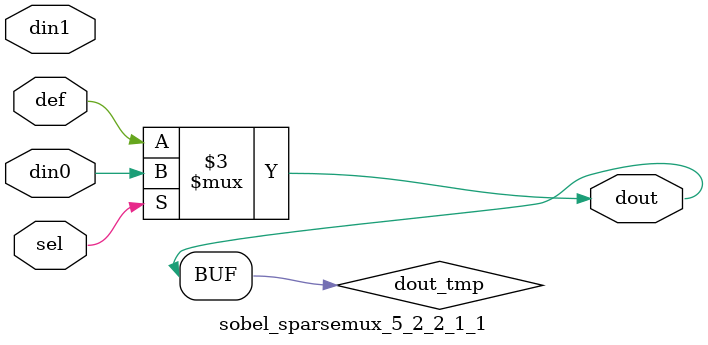
<source format=v>
`timescale 1ns / 1ps

module sobel_sparsemux_5_2_2_1_1 (din0,din1,def,sel,dout);

parameter din0_WIDTH = 1;

parameter din1_WIDTH = 1;

parameter def_WIDTH = 1;
parameter sel_WIDTH = 1;
parameter dout_WIDTH = 1;

parameter [sel_WIDTH-1:0] CASE0 = 1;

parameter [sel_WIDTH-1:0] CASE1 = 1;

parameter ID = 1;
parameter NUM_STAGE = 1;



input [din0_WIDTH-1:0] din0;

input [din1_WIDTH-1:0] din1;

input [def_WIDTH-1:0] def;
input [sel_WIDTH-1:0] sel;

output [dout_WIDTH-1:0] dout;



reg [dout_WIDTH-1:0] dout_tmp;


always @ (*) begin
(* parallel_case *) case (sel)
    
    CASE0 : dout_tmp = din0;
    
    CASE1 : dout_tmp = din1;
    
    default : dout_tmp = def;
endcase
end


assign dout = dout_tmp;



endmodule

</source>
